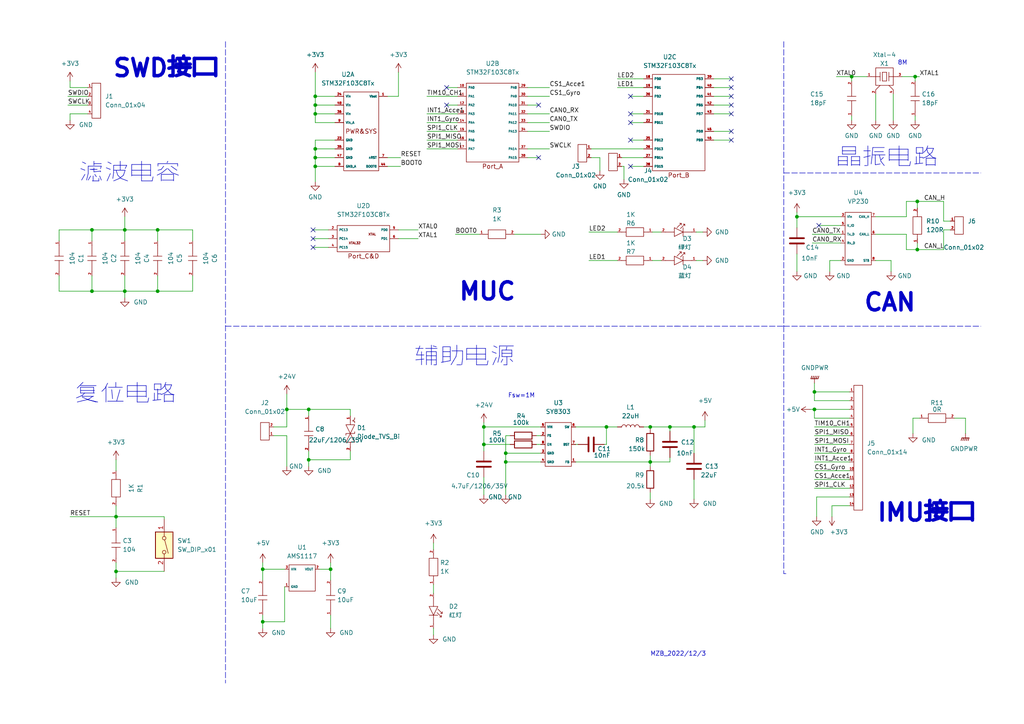
<source format=kicad_sch>
(kicad_sch (version 20211123) (generator eeschema)
  (paper "A4")
  (lib_symbols
    (symbol "Basic_crystal_and_oscillator:Xtal-4"
      (property "Reference" "X" (at 3.81 -3.81 0))
      (property "Value" "Xtal-4" (at 0 3.81 0))
      (symbol "Xtal-4_1_1"
        (pin passive line (at -5.08 0 0) (length 1.27) (name "") (number "1"))
        (pin passive line (at -2.54 -5.08 90) (length 1.27) (name "") (number "2"))
        (pin passive line (at 5.08 0 180) (length 1.27) (name "") (number "3"))
        (pin passive line (at 2.54 -5.08 90) (length 1.27) (name "") (number "4"))
      )
    )
    (symbol "Basic_passive_components:Capacitor" (pin_names (offset 1.016))
      (property "Reference" "C" (at -4.445 -2.54 0))
      (property "Value" "Capacitor" (at 0 2.54 0))
      (symbol "Capacitor_1_1"
        (pin passive line (at -5.08 0 0) (length 1.27) (name "~") (number "1"))
        (pin passive line (at 5.08 0 180) (length 1.27) (name "~") (number "2"))
      )
    )
    (symbol "Basic_passive_components:Resistor" (pin_names (offset 1.016))
      (property "Reference" "R" (at -4.445 -2.54 0))
      (property "Value" "Resistor" (at 0 2.54 0))
      (symbol "Resistor_1_1"
        (pin passive line (at -5.08 0 0) (length 1.27) (name "~") (number "1"))
        (pin passive line (at 5.08 0 180) (length 1.27) (name "~") (number "2"))
      )
    )
    (symbol "Basic_semiconductor:Diode_LED" (pin_names hide)
      (property "Reference" "D" (at -5.08 -2.54 0))
      (property "Value" "Diode_LED" (at 0 3.81 0))
      (symbol "Diode_LED_1_1"
        (pin passive line (at -5.08 0 0) (length 1.27) (name "Cathode") (number "1"))
        (pin passive line (at 5.08 0 180) (length 1.27) (name "Anode") (number "2"))
      )
    )
    (symbol "Basic_semiconductor:Diode_TVS_Bi" (pin_names (offset 1.016) hide)
      (property "Reference" "D" (at -4.445 -2.54 0))
      (property "Value" "Diode_TVS_Bi" (at 0 2.54 0))
      (symbol "Diode_TVS_Bi_1_1"
        (pin passive line (at -5.08 0 0) (length 1.27) (name "Cathode") (number "1"))
        (pin passive line (at 5.08 0 180) (length 1.27) (name "Anode") (number "2"))
      )
    )
    (symbol "Device:C" (pin_numbers hide) (pin_names (offset 0.254))
      (property "Reference" "C" (at 0.635 2.54 0))
      (property "Value" "C" (at 0.635 -2.54 0))
      (symbol "C_1_1"
        (pin passive line (at 0 3.81 270) (length 2.794) (name "~") (number "1"))
        (pin passive line (at 0 -3.81 90) (length 2.794) (name "~") (number "2"))
      )
    )
    (symbol "Device:L" (pin_numbers hide) (pin_names (offset 1.016) hide)
      (property "Reference" "L" (at -1.27 0 90))
      (property "Value" "L" (at 1.905 0 90))
      (symbol "L_1_1"
        (pin passive line (at 0 3.81 270) (length 1.27) (name "1") (number "1"))
        (pin passive line (at 0 -3.81 90) (length 1.27) (name "2") (number "2"))
      )
    )
    (symbol "Device:R" (pin_numbers hide) (pin_names (offset 0))
      (property "Reference" "R" (at 2.032 0 90))
      (property "Value" "R" (at 0 0 90))
      (symbol "R_1_1"
        (pin passive line (at 0 3.81 270) (length 1.27) (name "~") (number "1"))
        (pin passive line (at 0 -3.81 90) (length 1.27) (name "~") (number "2"))
      )
    )
    (symbol "Integrated-circuit_interface:VP230"
      (property "Reference" "U" (at -2.54 -10.16 0))
      (property "Value" "VP230" (at 0 7.62 0))
      (symbol "VP230_1_1"
        (pin input line (at -5.08 0 0) (length 1.27) (name "Tx_D") (number "1"))
        (pin power_in line (at -5.08 -7.62 0) (length 1.27) (name "GND") (number "2"))
        (pin power_in line (at -5.08 5.08 0) (length 1.27) (name "Vin") (number "3"))
        (pin output line (at -5.08 -2.54 0) (length 1.27) (name "Rx_D") (number "4"))
        (pin power_out line (at -5.08 2.54 0) (length 1.27) (name "V_IO") (number "5"))
        (pin bidirectional line (at 5.08 0 180) (length 1.27) (name "CAN_L") (number "6"))
        (pin bidirectional line (at 5.08 5.08 180) (length 1.27) (name "CAN_H") (number "7"))
        (pin input line (at 5.08 -7.62 180) (length 1.27) (name "STB") (number "8"))
      )
    )
    (symbol "Integrated-circuit_micro-controller:STM32F103C8Tx"
      (property "Reference" "U" (at -5.08 -15.24 0))
      (property "Value" "STM32F103C8Tx" (at 0 17.78 0))
      (symbol "STM32F103C8Tx_1_0"
        (text "PWR&SYS" (at 0 0 0) (effects (font (size 1.27 1.27))))
      )
      (symbol "STM32F103C8Tx_1_1"
        (pin power_in line (at 7.62 10.16 180) (length 2.54) (name "Vbat") (number "1"))
        (pin power_in line (at -7.62 -2.54 0) (length 2.54) (name "GND") (number "23"))
        (pin power_in line (at -7.62 10.16 0) (length 2.54) (name "Vin") (number "24"))
        (pin power_in line (at -7.62 -5.08 0) (length 2.54) (name "GND") (number "35"))
        (pin power_in line (at -7.62 5.08 0) (length 2.54) (name "Vin") (number "36"))
        (pin input line (at 7.62 -10.16 180) (length 2.54) (name "BOOT0") (number "44"))
        (pin power_in line (at -7.62 -7.62 0) (length 2.54) (name "GND") (number "47"))
        (pin power_in line (at -7.62 7.62 0) (length 2.54) (name "Vin") (number "48"))
        (pin input line (at 7.62 -7.62 180) (length 2.54) (name "nRST") (number "7"))
        (pin power_in line (at -7.62 -10.16 0) (length 2.54) (name "GND_A") (number "8"))
        (pin power_in line (at -7.62 2.54 0) (length 2.54) (name "Vin_A") (number "9"))
      )
      (symbol "STM32F103C8Tx_2_0"
        (text "Port_A" (at 0 -12.7 0) (effects (font (size 1.27 1.27))))
      )
      (symbol "STM32F103C8Tx_2_1"
        (pin bidirectional line (at -10.16 10.16 0) (length 2.54) (name "PA0") (number "10"))
        (pin bidirectional line (at -10.16 7.62 0) (length 2.54) (name "PA1") (number "11"))
        (pin bidirectional line (at -10.16 5.08 0) (length 2.54) (name "PA2") (number "12"))
        (pin bidirectional line (at -10.16 2.54 0) (length 2.54) (name "PA3") (number "13"))
        (pin bidirectional line (at -10.16 0 0) (length 2.54) (name "PA4") (number "14"))
        (pin bidirectional line (at -10.16 -2.54 0) (length 2.54) (name "PA5") (number "15"))
        (pin bidirectional line (at -10.16 -5.08 0) (length 2.54) (name "PA6") (number "16"))
        (pin bidirectional line (at -10.16 -7.62 0) (length 2.54) (name "PA7") (number "17"))
        (pin bidirectional line (at 10.16 10.16 180) (length 2.54) (name "PA8") (number "29"))
        (pin bidirectional line (at 10.16 7.62 180) (length 2.54) (name "PA9") (number "30"))
        (pin bidirectional line (at 10.16 5.08 180) (length 2.54) (name "PA10") (number "31"))
        (pin bidirectional line (at 10.16 2.54 180) (length 2.54) (name "PA11") (number "32"))
        (pin bidirectional line (at 10.16 0 180) (length 2.54) (name "PA12") (number "33"))
        (pin bidirectional line (at 10.16 -2.54 180) (length 2.54) (name "PA13") (number "34"))
        (pin bidirectional line (at 10.16 -7.62 180) (length 2.54) (name "PA14") (number "37"))
        (pin bidirectional line (at 10.16 -10.16 180) (length 2.54) (name "PA15") (number "38"))
      )
      (symbol "STM32F103C8Tx_3_0"
        (text "Port_B" (at 0 -12.7 0) (effects (font (size 1.27 1.27))))
      )
      (symbol "STM32F103C8Tx_3_1"
        (pin bidirectional line (at -10.16 15.24 0) (length 2.54) (name "PB0") (number "18"))
        (pin bidirectional line (at -10.16 12.7 0) (length 2.54) (name "PB1") (number "19"))
        (pin bidirectional line (at -10.16 10.16 0) (length 2.54) (name "PB2") (number "20"))
        (pin bidirectional line (at -10.16 5.08 0) (length 2.54) (name "PB10") (number "21"))
        (pin bidirectional line (at -10.16 2.54 0) (length 2.54) (name "PB11") (number "22"))
        (pin bidirectional line (at -10.16 -2.54 0) (length 2.54) (name "PB12") (number "25"))
        (pin bidirectional line (at -10.16 -5.08 0) (length 2.54) (name "PB13") (number "26"))
        (pin bidirectional line (at -10.16 -7.62 0) (length 2.54) (name "PB14") (number "27"))
        (pin bidirectional line (at -10.16 -10.16 0) (length 2.54) (name "PB15") (number "28"))
        (pin bidirectional line (at 10.16 15.24 180) (length 2.54) (name "PB3") (number "39"))
        (pin bidirectional line (at 10.16 12.7 180) (length 2.54) (name "PB4") (number "40"))
        (pin bidirectional line (at 10.16 10.16 180) (length 2.54) (name "PB5") (number "41"))
        (pin bidirectional line (at 10.16 7.62 180) (length 2.54) (name "PB6") (number "42"))
        (pin bidirectional line (at 10.16 5.08 180) (length 2.54) (name "PB7") (number "43"))
        (pin bidirectional line (at 10.16 0 180) (length 2.54) (name "PB8") (number "45"))
        (pin bidirectional line (at 10.16 -2.54 180) (length 2.54) (name "PB9") (number "46"))
      )
      (symbol "STM32F103C8Tx_4_0"
        (text "Port_C&D" (at 0 -5.08 0) (effects (font (size 1.27 1.27))))
      )
      (symbol "STM32F103C8Tx_4_1"
        (text "XTAL" (at 2.54 1.27 0) (effects (font (size 0.635 0.635))))
        (text "XTAL32" (at -2.54 -1.27 0) (effects (font (size 0.635 0.635))))
        (pin bidirectional line (at -10.16 2.54 0) (length 2.54) (name "PC13") (number "2"))
        (pin bidirectional line (at -10.16 0 0) (length 2.54) (name "PC14") (number "3"))
        (pin bidirectional line (at -10.16 -2.54 0) (length 2.54) (name "PC15") (number "4"))
        (pin bidirectional line (at 10.16 2.54 180) (length 2.54) (name "PD0") (number "5"))
        (pin bidirectional line (at 10.16 0 180) (length 2.54) (name "PD1") (number "6"))
      )
    )
    (symbol "Link_W2B_connector:Conn_01x02"
      (property "Reference" "J" (at 0 -5.08 0))
      (property "Value" "Conn_01x02" (at 0 2.54 0))
      (symbol "Conn_01x02_0_0"
        (pin passive line (at -2.54 0 0) (length 1.27) (name "") (number "1"))
        (pin passive line (at -2.54 -2.54 0) (length 1.27) (name "") (number "2"))
      )
    )
    (symbol "Link_W2B_connector:Conn_01x04"
      (property "Reference" "J" (at 0 -7.62 0))
      (property "Value" "Conn_01x04" (at 0 5.08 0))
      (symbol "Conn_01x04_0_0"
        (pin passive line (at -2.54 2.54 0) (length 1.27) (name "") (number "1"))
        (pin passive line (at -2.54 0 0) (length 1.27) (name "") (number "2"))
        (pin passive line (at -2.54 -2.54 0) (length 1.27) (name "") (number "3"))
        (pin passive line (at -2.54 -5.08 0) (length 1.27) (name "") (number "4"))
      )
    )
    (symbol "Link_W2B_connector:Conn_01x14"
      (property "Reference" "J" (at 1.27 -20.955 0))
      (property "Value" "Conn_01x14" (at 1.905 19.685 0))
      (symbol "Conn_01x14_0_0"
        (pin passive line (at -1.27 15.24 0) (length 1.27) (name "") (number "1"))
        (pin passive line (at -1.27 -7.62 0) (length 1.27) (name "") (number "10"))
        (pin passive line (at -1.27 -10.16 0) (length 1.27) (name "") (number "11"))
        (pin passive line (at -1.27 -12.7 0) (length 1.27) (name "") (number "12"))
        (pin passive line (at -1.27 -15.24 0) (length 1.27) (name "") (number "13"))
        (pin passive line (at -1.27 -17.78 0) (length 1.27) (name "") (number "14"))
        (pin passive line (at -1.27 12.7 0) (length 1.27) (name "") (number "2"))
        (pin passive line (at -1.27 10.16 0) (length 1.27) (name "") (number "3"))
        (pin passive line (at -1.27 7.62 0) (length 1.27) (name "") (number "4"))
        (pin passive line (at -1.27 5.08 0) (length 1.27) (name "") (number "5"))
        (pin passive line (at -1.27 2.54 0) (length 1.27) (name "") (number "6"))
        (pin passive line (at -1.27 0 0) (length 1.27) (name "") (number "7"))
        (pin passive line (at -1.27 -2.54 0) (length 1.27) (name "") (number "8"))
        (pin passive line (at -1.27 -5.08 0) (length 1.27) (name "") (number "9"))
      )
    )
    (symbol "Power_DC-DC_convertor:SY8303"
      (property "Reference" "U" (at -2.54 -7.62 0))
      (property "Value" "SY8303" (at 0 7.62 0))
      (symbol "SY8303_1_1"
        (pin input line (at 5.08 -5.08 180) (length 1.27) (name "FB") (number "1"))
        (pin input line (at -5.08 2.54 0) (length 1.27) (name "FS") (number "2"))
        (pin power_in line (at -5.08 -2.54 0) (length 1.27) (name "GND") (number "3"))
        (pin power_in line (at -5.08 -5.08 0) (length 1.27) (name "GND") (number "4"))
        (pin power_in line (at -5.08 5.08 0) (length 1.27) (name "VIN") (number "5"))
        (pin power_out line (at 5.08 5.08 180) (length 1.27) (name "SW") (number "6"))
        (pin power_in line (at 5.08 0 180) (length 1.27) (name "BST") (number "7"))
        (pin input line (at -5.08 0 0) (length 1.27) (name "EN") (number "8"))
      )
    )
    (symbol "Power_LDO:AMS1117"
      (property "Reference" "U" (at -2.54 -5.08 0))
      (property "Value" "AMS1117" (at 0 5.08 0))
      (symbol "AMS1117_1_1"
        (pin power_in line (at -5.08 -2.54 0) (length 1.27) (name "GND") (number "1"))
        (pin power_out line (at 5.08 2.54 180) (length 1.27) (name "VOUT") (number "2"))
        (pin power_in line (at -5.08 2.54 0) (length 1.27) (name "VIN") (number "3"))
      )
    )
    (symbol "Switch:SW_DIP_x01" (pin_names (offset 0) hide)
      (property "Reference" "SW" (at 0 3.81 0))
      (property "Value" "SW_DIP_x01" (at 0 -3.81 0))
      (symbol "SW_DIP_x01_1_1"
        (pin passive line (at -7.62 0 0) (length 5.08) (name "~") (number "1"))
        (pin passive line (at 7.62 0 180) (length 5.08) (name "~") (number "2"))
      )
    )
    (symbol "power:+24V" (power) (pin_names (offset 0))
      (property "Value" "+24V" (at 0 3.556 0))
      (symbol "+24V_1_1"
        (pin power_in line (at 0 0 90) (length 0) hide (name "+24V") (number "1"))
      )
    )
    (symbol "power:+3.3V" (power) (pin_names (offset 0))
      (property "Value" "+3.3V" (at 0 3.556 0))
      (symbol "+3.3V_1_1"
        (pin power_in line (at 0 0 90) (length 0) hide (name "+3V3") (number "1"))
      )
    )
    (symbol "power:+5V" (power) (pin_names (offset 0))
      (property "Value" "+5V" (at 0 3.556 0))
      (symbol "+5V_1_1"
        (pin power_in line (at 0 0 90) (length 0) hide (name "+5V") (number "1"))
      )
    )
    (symbol "power:GND" (power) (pin_names (offset 0))
      (property "Value" "GND" (at 0 -3.81 0))
      (symbol "GND_1_1"
        (pin power_in line (at 0 0 270) (length 0) hide (name "GND") (number "1"))
      )
    )
    (symbol "power:GNDPWR" (power) (pin_names (offset 0))
      (property "Value" "GNDPWR" (at 0 -3.302 0))
      (symbol "GNDPWR_1_1"
        (pin power_in line (at 0 0 270) (length 0) hide (name "GNDPWR") (number "1"))
      )
    )
  )
  (junction (at 45.72 66.675))
  (junction (at 91.44 27.94))
  (junction (at 33.655 165.735))
  (junction (at 265.43 22.225))
  (junction (at 91.44 33.02))
  (junction (at 45.72 84.455))
  (junction (at 36.195 84.455))
  (junction (at 83.185 118.745))
  (junction (at 194.31 123.825))
  (junction (at 36.195 66.675))
  (junction (at 247.015 22.225))
  (junction (at 146.685 133.985))
  (junction (at 266.065 72.39))
  (junction (at 175.895 123.825))
  (junction (at 26.67 66.675))
  (junction (at 33.655 149.86))
  (junction (at 266.065 58.42))
  (junction (at 89.535 133.35))
  (junction (at 231.14 62.865))
  (junction (at 91.44 43.18))
  (junction (at 91.44 45.72))
  (junction (at 236.22 113.665))
  (junction (at 26.67 84.455))
  (junction (at 188.595 123.825))
  (junction (at 91.44 30.48))
  (junction (at 140.335 128.905))
  (junction (at 91.44 48.26))
  (junction (at 89.535 118.745))
  (junction (at 140.335 123.825))
  (junction (at 201.295 123.825))
  (junction (at 95.885 165.1))
  (junction (at 76.2 165.1))
  (junction (at 146.685 131.445))
  (junction (at 76.2 180.34))
  (junction (at 236.22 118.745))
  (junction (at 188.595 133.985))
  (no_connect (at 212.09 22.86))
  (no_connect (at 212.09 38.1))
  (no_connect (at 212.09 25.4))
  (no_connect (at 156.21 45.72))
  (no_connect (at 129.54 25.4))
  (no_connect (at 212.09 27.94))
  (no_connect (at 182.88 40.64))
  (no_connect (at 182.88 27.94))
  (no_connect (at 90.805 71.755))
  (no_connect (at 182.88 48.26))
  (no_connect (at 90.805 69.215))
  (no_connect (at 182.88 33.02))
  (no_connect (at 237.49 65.405))
  (no_connect (at 129.54 30.48))
  (no_connect (at 212.09 30.48))
  (no_connect (at 90.805 66.675))
  (no_connect (at 156.21 30.48))
  (no_connect (at 212.09 33.02))
  (no_connect (at 182.88 35.56))
  (no_connect (at 212.09 40.64))
  (wire (pts (xy 125.73 157.48) (xy 125.73 159.385)))
  (polyline (pts (xy 227.33 94.615) (xy 284.48 94.615)))
  (wire (pts (xy 273.685 64.135) (xy 275.59 64.135)))
  (wire (pts (xy 179.07 25.4) (xy 186.69 25.4)))
  (wire (pts (xy 33.655 149.86) (xy 47.625 149.86)))
  (wire (pts (xy 26.67 66.675) (xy 26.67 69.85)))
  (wire (pts (xy 204.47 121.92) (xy 204.47 123.825)))
  (wire (pts (xy 231.14 62.865) (xy 231.14 66.04)))
  (wire (pts (xy 101.6 133.35) (xy 89.535 133.35)))
  (wire (pts (xy 153.035 45.72) (xy 156.21 45.72)))
  (wire (pts (xy 201.295 139.065) (xy 201.295 144.78)))
  (wire (pts (xy 147.955 126.365) (xy 146.685 126.365)))
  (wire (pts (xy 207.01 22.86) (xy 212.09 22.86)))
  (wire (pts (xy 264.795 121.285) (xy 264.795 125.73)))
  (wire (pts (xy 91.44 43.18) (xy 91.44 45.72)))
  (wire (pts (xy 123.825 40.64) (xy 132.715 40.64)))
  (wire (pts (xy 129.54 25.4) (xy 132.715 25.4)))
  (wire (pts (xy 123.825 43.18) (xy 132.715 43.18)))
  (wire (pts (xy 82.55 180.34) (xy 76.2 180.34)))
  (wire (pts (xy 182.88 27.94) (xy 186.69 27.94)))
  (wire (pts (xy 170.815 67.31) (xy 179.07 67.31)))
  (wire (pts (xy 207.01 33.02) (xy 212.09 33.02)))
  (wire (pts (xy 188.595 142.875) (xy 188.595 144.78)))
  (wire (pts (xy 36.195 66.675) (xy 45.72 66.675)))
  (wire (pts (xy 179.07 22.86) (xy 186.69 22.86)))
  (wire (pts (xy 194.31 123.825) (xy 188.595 123.825)))
  (wire (pts (xy 140.335 123.825) (xy 140.335 122.555)))
  (wire (pts (xy 266.065 58.42) (xy 273.685 58.42)))
  (wire (pts (xy 280.035 121.285) (xy 280.035 125.73)))
  (wire (pts (xy 201.295 123.825) (xy 204.47 123.825)))
  (wire (pts (xy 258.445 75.565) (xy 258.445 78.74)))
  (wire (pts (xy 231.14 73.66) (xy 231.14 78.74)))
  (wire (pts (xy 36.195 66.675) (xy 36.195 69.85)))
  (wire (pts (xy 112.395 45.72) (xy 116.205 45.72)))
  (wire (pts (xy 262.89 67.945) (xy 262.89 72.39)))
  (wire (pts (xy 266.065 58.42) (xy 266.065 60.325)))
  (wire (pts (xy 188.595 133.985) (xy 188.595 135.255)))
  (wire (pts (xy 236.22 133.985) (xy 246.38 133.985)))
  (wire (pts (xy 182.88 48.26) (xy 186.69 48.26)))
  (wire (pts (xy 123.825 33.02) (xy 132.715 33.02)))
  (wire (pts (xy 275.59 66.675) (xy 273.685 66.675)))
  (wire (pts (xy 207.01 40.64) (xy 212.09 40.64)))
  (wire (pts (xy 194.31 133.985) (xy 194.31 132.715)))
  (wire (pts (xy 140.335 128.905) (xy 140.335 130.81)))
  (wire (pts (xy 101.6 130.81) (xy 101.6 133.35)))
  (wire (pts (xy 91.44 20.955) (xy 91.44 27.94)))
  (wire (pts (xy 189.23 75.565) (xy 191.77 75.565)))
  (wire (pts (xy 101.6 118.745) (xy 101.6 120.65)))
  (wire (pts (xy 17.145 69.85) (xy 17.145 66.675)))
  (wire (pts (xy 36.195 62.865) (xy 36.195 66.675)))
  (wire (pts (xy 236.855 144.145) (xy 236.855 149.86)))
  (wire (pts (xy 123.825 38.1) (xy 132.715 38.1)))
  (wire (pts (xy 171.45 43.18) (xy 186.69 43.18)))
  (wire (pts (xy 25.4 25.4) (xy 20.32 25.4)))
  (wire (pts (xy 140.335 128.905) (xy 147.955 128.905)))
  (wire (pts (xy 175.895 123.825) (xy 179.07 123.825)))
  (wire (pts (xy 45.72 84.455) (xy 55.88 84.455)))
  (wire (pts (xy 247.015 22.225) (xy 251.46 22.225)))
  (wire (pts (xy 246.38 113.665) (xy 236.22 113.665)))
  (wire (pts (xy 175.895 128.905) (xy 175.895 123.825)))
  (wire (pts (xy 194.31 125.095) (xy 194.31 123.825)))
  (wire (pts (xy 236.22 136.525) (xy 246.38 136.525)))
  (wire (pts (xy 167.005 133.985) (xy 188.595 133.985)))
  (wire (pts (xy 170.815 75.565) (xy 179.07 75.565)))
  (wire (pts (xy 153.035 33.02) (xy 159.385 33.02)))
  (wire (pts (xy 89.535 130.81) (xy 89.535 133.35)))
  (wire (pts (xy 36.195 84.455) (xy 36.195 86.36)))
  (wire (pts (xy 207.01 25.4) (xy 212.09 25.4)))
  (wire (pts (xy 20.32 33.02) (xy 20.32 34.925)))
  (wire (pts (xy 254 75.565) (xy 258.445 75.565)))
  (wire (pts (xy 254 27.305) (xy 254 34.925)))
  (wire (pts (xy 201.93 67.31) (xy 203.835 67.31)))
  (wire (pts (xy 91.44 40.64) (xy 91.44 43.18)))
  (wire (pts (xy 235.585 67.945) (xy 243.84 67.945)))
  (wire (pts (xy 146.685 133.985) (xy 156.845 133.985)))
  (wire (pts (xy 90.805 66.675) (xy 95.25 66.675)))
  (wire (pts (xy 207.01 38.1) (xy 212.09 38.1)))
  (wire (pts (xy 262.89 62.865) (xy 262.89 58.42)))
  (wire (pts (xy 265.43 22.225) (xy 266.7 22.225)))
  (wire (pts (xy 243.84 75.565) (xy 240.665 75.565)))
  (wire (pts (xy 36.195 80.01) (xy 36.195 84.455)))
  (wire (pts (xy 201.93 75.565) (xy 203.835 75.565)))
  (polyline (pts (xy 195.58 94.615) (xy 196.85 94.615)))
  (wire (pts (xy 240.665 75.565) (xy 240.665 78.74)))
  (wire (pts (xy 91.44 33.02) (xy 91.44 35.56)))
  (wire (pts (xy 246.38 144.145) (xy 236.855 144.145)))
  (wire (pts (xy 91.44 33.02) (xy 97.155 33.02)))
  (wire (pts (xy 155.575 128.905) (xy 156.845 128.905)))
  (wire (pts (xy 115.57 66.675) (xy 121.285 66.675)))
  (wire (pts (xy 246.38 146.685) (xy 241.3 146.685)))
  (wire (pts (xy 115.57 20.955) (xy 115.57 27.94)))
  (wire (pts (xy 17.145 66.675) (xy 26.67 66.675)))
  (wire (pts (xy 33.655 133.35) (xy 33.655 136.525)))
  (wire (pts (xy 129.54 30.48) (xy 132.715 30.48)))
  (wire (pts (xy 182.88 33.02) (xy 186.69 33.02)))
  (wire (pts (xy 201.295 123.825) (xy 201.295 131.445)))
  (wire (pts (xy 242.57 22.225) (xy 247.015 22.225)))
  (wire (pts (xy 261.62 22.225) (xy 265.43 22.225)))
  (wire (pts (xy 91.44 30.48) (xy 91.44 33.02)))
  (wire (pts (xy 33.655 163.195) (xy 33.655 165.735)))
  (wire (pts (xy 97.155 45.72) (xy 91.44 45.72)))
  (wire (pts (xy 153.035 30.48) (xy 156.21 30.48)))
  (wire (pts (xy 153.035 25.4) (xy 159.385 25.4)))
  (wire (pts (xy 237.49 65.405) (xy 243.84 65.405)))
  (wire (pts (xy 91.44 48.26) (xy 91.44 52.705)))
  (wire (pts (xy 89.535 133.35) (xy 89.535 135.255)))
  (wire (pts (xy 167.005 128.905) (xy 167.64 128.905)))
  (wire (pts (xy 82.55 170.18) (xy 82.55 180.34)))
  (wire (pts (xy 89.535 118.745) (xy 89.535 120.65)))
  (wire (pts (xy 123.825 35.56) (xy 132.715 35.56)))
  (wire (pts (xy 180.975 48.26) (xy 180.975 52.07)))
  (wire (pts (xy 36.195 84.455) (xy 45.72 84.455)))
  (wire (pts (xy 132.08 67.945) (xy 139.065 67.945)))
  (wire (pts (xy 188.595 123.825) (xy 188.595 124.46)))
  (wire (pts (xy 115.57 27.94) (xy 112.395 27.94)))
  (wire (pts (xy 175.26 128.905) (xy 175.895 128.905)))
  (wire (pts (xy 153.035 35.56) (xy 159.385 35.56)))
  (wire (pts (xy 97.155 35.56) (xy 91.44 35.56)))
  (wire (pts (xy 146.685 133.985) (xy 146.685 143.51)))
  (wire (pts (xy 246.38 116.205) (xy 236.22 116.205)))
  (wire (pts (xy 266.7 121.285) (xy 264.795 121.285)))
  (wire (pts (xy 182.88 40.64) (xy 186.69 40.64)))
  (wire (pts (xy 234.95 118.745) (xy 236.22 118.745)))
  (wire (pts (xy 236.22 116.205) (xy 236.22 113.665)))
  (wire (pts (xy 273.685 66.675) (xy 273.685 72.39)))
  (wire (pts (xy 83.185 114.3) (xy 83.185 118.745)))
  (wire (pts (xy 20.32 23.495) (xy 20.32 25.4)))
  (wire (pts (xy 207.01 27.94) (xy 212.09 27.94)))
  (wire (pts (xy 125.73 182.245) (xy 125.73 184.15)))
  (wire (pts (xy 33.655 149.86) (xy 33.655 153.035)))
  (wire (pts (xy 180.34 48.26) (xy 180.975 48.26)))
  (wire (pts (xy 19.685 27.94) (xy 25.4 27.94)))
  (wire (pts (xy 79.375 126.365) (xy 83.185 126.365)))
  (wire (pts (xy 188.595 133.985) (xy 194.31 133.985)))
  (wire (pts (xy 19.685 30.48) (xy 25.4 30.48)))
  (wire (pts (xy 236.22 121.285) (xy 236.22 118.745)))
  (wire (pts (xy 20.32 149.86) (xy 33.655 149.86)))
  (wire (pts (xy 273.685 58.42) (xy 273.685 64.135)))
  (wire (pts (xy 91.44 30.48) (xy 97.155 30.48)))
  (wire (pts (xy 182.88 35.56) (xy 186.69 35.56)))
  (wire (pts (xy 259.08 27.305) (xy 259.08 34.925)))
  (wire (pts (xy 55.88 80.01) (xy 55.88 84.455)))
  (wire (pts (xy 273.685 72.39) (xy 266.065 72.39)))
  (wire (pts (xy 26.67 84.455) (xy 36.195 84.455)))
  (wire (pts (xy 90.805 71.755) (xy 95.25 71.755)))
  (wire (pts (xy 171.45 45.72) (xy 173.99 45.72)))
  (wire (pts (xy 91.44 45.72) (xy 91.44 48.26)))
  (wire (pts (xy 247.015 22.225) (xy 247.015 23.495)))
  (wire (pts (xy 97.155 40.64) (xy 91.44 40.64)))
  (wire (pts (xy 153.035 38.1) (xy 159.385 38.1)))
  (wire (pts (xy 262.89 58.42) (xy 266.065 58.42)))
  (wire (pts (xy 149.225 67.945) (xy 156.845 67.945)))
  (wire (pts (xy 83.185 118.745) (xy 89.535 118.745)))
  (wire (pts (xy 188.595 132.08) (xy 188.595 133.985)))
  (wire (pts (xy 236.22 123.825) (xy 246.38 123.825)))
  (wire (pts (xy 236.22 141.605) (xy 246.38 141.605)))
  (wire (pts (xy 146.685 126.365) (xy 146.685 131.445)))
  (wire (pts (xy 194.31 123.825) (xy 201.295 123.825)))
  (wire (pts (xy 231.14 61.595) (xy 231.14 62.865)))
  (wire (pts (xy 26.67 80.01) (xy 26.67 84.455)))
  (wire (pts (xy 45.72 66.675) (xy 55.88 66.675)))
  (wire (pts (xy 95.885 163.195) (xy 95.885 165.1)))
  (wire (pts (xy 76.2 178.435) (xy 76.2 180.34)))
  (wire (pts (xy 76.2 180.34) (xy 76.2 182.245)))
  (wire (pts (xy 17.145 80.01) (xy 17.145 84.455)))
  (wire (pts (xy 241.3 146.685) (xy 241.3 149.86)))
  (wire (pts (xy 55.88 69.85) (xy 55.88 66.675)))
  (wire (pts (xy 262.89 72.39) (xy 266.065 72.39)))
  (wire (pts (xy 236.22 131.445) (xy 246.38 131.445)))
  (polyline (pts (xy 65.405 12.065) (xy 65.405 198.12)))
  (wire (pts (xy 243.84 62.865) (xy 231.14 62.865)))
  (polyline (pts (xy 227.33 12.065) (xy 227.33 94.615)))
  (wire (pts (xy 189.23 67.31) (xy 191.77 67.31)))
  (wire (pts (xy 153.035 27.94) (xy 159.385 27.94)))
  (wire (pts (xy 26.67 66.675) (xy 36.195 66.675)))
  (wire (pts (xy 115.57 69.215) (xy 121.285 69.215)))
  (wire (pts (xy 146.685 131.445) (xy 146.685 133.985)))
  (wire (pts (xy 95.885 178.435) (xy 95.885 182.245)))
  (wire (pts (xy 45.72 80.01) (xy 45.72 84.455)))
  (polyline (pts (xy 65.405 94.615) (xy 227.33 94.615)))
  (wire (pts (xy 186.69 123.825) (xy 188.595 123.825)))
  (polyline (pts (xy 227.33 50.165) (xy 284.48 50.165)))
  (wire (pts (xy 83.185 123.825) (xy 83.185 118.745)))
  (wire (pts (xy 89.535 118.745) (xy 101.6 118.745)))
  (wire (pts (xy 140.335 123.825) (xy 156.845 123.825)))
  (wire (pts (xy 265.43 33.655) (xy 265.43 34.925)))
  (polyline (pts (xy 227.33 166.37) (xy 227.965 166.37)))
  (polyline (pts (xy 227.33 94.615) (xy 227.33 166.37)))
  (wire (pts (xy 97.155 48.26) (xy 91.44 48.26)))
  (wire (pts (xy 180.34 45.72) (xy 186.69 45.72)))
  (wire (pts (xy 236.22 128.905) (xy 246.38 128.905)))
  (wire (pts (xy 235.585 70.485) (xy 243.84 70.485)))
  (wire (pts (xy 79.375 123.825) (xy 83.185 123.825)))
  (wire (pts (xy 254 62.865) (xy 262.89 62.865)))
  (wire (pts (xy 125.73 169.545) (xy 125.73 172.085)))
  (wire (pts (xy 276.86 121.285) (xy 280.035 121.285)))
  (wire (pts (xy 247.015 33.655) (xy 247.015 34.925)))
  (wire (pts (xy 33.655 165.735) (xy 33.655 167.64)))
  (wire (pts (xy 246.38 121.285) (xy 236.22 121.285)))
  (wire (pts (xy 92.71 165.1) (xy 95.885 165.1)))
  (wire (pts (xy 236.22 111.125) (xy 236.22 113.665)))
  (wire (pts (xy 47.625 149.86) (xy 47.625 150.495)))
  (wire (pts (xy 266.065 72.39) (xy 266.065 70.485)))
  (wire (pts (xy 47.625 165.735) (xy 33.655 165.735)))
  (wire (pts (xy 173.99 45.72) (xy 173.99 49.53)))
  (wire (pts (xy 207.01 30.48) (xy 212.09 30.48)))
  (wire (pts (xy 76.2 165.1) (xy 76.2 168.275)))
  (wire (pts (xy 82.55 165.1) (xy 76.2 165.1)))
  (wire (pts (xy 17.145 84.455) (xy 26.67 84.455)))
  (wire (pts (xy 97.155 43.18) (xy 91.44 43.18)))
  (wire (pts (xy 153.035 43.18) (xy 159.385 43.18)))
  (wire (pts (xy 91.44 27.94) (xy 91.44 30.48)))
  (wire (pts (xy 146.685 131.445) (xy 156.845 131.445)))
  (wire (pts (xy 236.22 118.745) (xy 246.38 118.745)))
  (wire (pts (xy 91.44 27.94) (xy 97.155 27.94)))
  (wire (pts (xy 112.395 48.26) (xy 116.205 48.26)))
  (wire (pts (xy 95.885 165.1) (xy 95.885 168.275)))
  (wire (pts (xy 236.22 139.065) (xy 246.38 139.065)))
  (wire (pts (xy 140.335 138.43) (xy 140.335 143.51)))
  (wire (pts (xy 155.575 126.365) (xy 156.845 126.365)))
  (wire (pts (xy 254 67.945) (xy 262.89 67.945)))
  (wire (pts (xy 83.185 126.365) (xy 83.185 135.255)))
  (wire (pts (xy 265.43 22.225) (xy 265.43 23.495)))
  (wire (pts (xy 236.22 126.365) (xy 246.38 126.365)))
  (wire (pts (xy 140.335 123.825) (xy 140.335 128.905)))
  (wire (pts (xy 76.2 163.195) (xy 76.2 165.1)))
  (wire (pts (xy 25.4 33.02) (xy 20.32 33.02)))
  (wire (pts (xy 45.72 66.675) (xy 45.72 69.85)))
  (wire (pts (xy 33.655 146.685) (xy 33.655 149.86)))
  (wire (pts (xy 123.825 27.94) (xy 132.715 27.94)))
  (wire (pts (xy 167.005 123.825) (xy 175.895 123.825)))
  (wire (pts (xy 90.805 69.215) (xy 95.25 69.215)))
  (text "SWD接口" (at 32.385 22.86 0) (effects (font (size 5 5) (thickness 1) bold) (justify left bottom)))
  (text "Fsw=1M\n" (at 147.32 115.57 0) (effects (font (size 1.27 1.27)) (justify left bottom)))
  (text "8M" (at 260.35 19.05 0) (effects (font (size 1.27 1.27)) (justify left bottom)))
  (text "滤波电容" (at 22.86 53.34 0) (effects (font (size 5 5)) (justify left bottom)))
  (text "MUC" (at 132.715 87.63 0) (effects (font (size 5 5) bold) (justify left bottom)))
  (text "MZB_2022/12/3" (at 188.595 190.5 0) (effects (font (size 1.27 1.27)) (justify left bottom)))
  (text "IMU接口" (at 254 151.765 0) (effects (font (size 5 5) (thickness 1) bold) (justify left bottom)))
  (text "CAN" (at 250.19 90.805 0) (effects (font (size 5 5) bold) (justify left bottom)))
  (text "晶振电路" (at 242.57 48.895 0) (effects (font (size 5 5)) (justify left bottom)))
  (text "辅助电源" (at 120.015 106.68 0) (effects (font (size 5 5)) (justify left bottom)))
  (text "复位电路" (at 21.59 117.475 0) (effects (font (size 5 5)) (justify left bottom)))
  (label "CS1_Gyro" (at 236.22 136.525 0))
  (label "SPI1_MOSI" (at 236.22 128.905 0))
  (label "CAN_H" (at 267.97 58.42 0))
  (label "CAN_L" (at 267.97 72.39 0))
  (label "LED1" (at 170.815 75.565 0))
  (label "LED1" (at 179.07 25.4 0))
  (label "XTAL0" (at 121.285 66.675 0))
  (label "SWCLK" (at 19.685 30.48 0))
  (label "XTAL0" (at 242.57 22.225 0))
  (label "SWDIO" (at 19.685 27.94 0))
  (label "CAN0_TX" (at 235.585 67.945 0))
  (label "LED2" (at 170.815 67.31 0))
  (label "CS1_Acce1" (at 159.385 25.4 0))
  (label "SPI1_MISO" (at 123.825 40.64 0))
  (label "CS1_Gyro" (at 159.385 27.94 0))
  (label "RESET" (at 20.32 149.86 0))
  (label "CAN0_RX" (at 159.385 33.02 0))
  (label "CS1_Acce1" (at 236.22 139.065 0))
  (label "INT1_Acce1" (at 123.825 33.02 0))
  (label "CAN0_RX" (at 235.585 70.485 0))
  (label "SPI1_CLK" (at 123.825 38.1 0))
  (label "BOOT0" (at 116.205 48.26 0))
  (label "SWDIO" (at 159.385 38.1 0))
  (label "XTAL1" (at 266.7 22.225 0))
  (label "INT1_Gyro" (at 236.22 131.445 0))
  (label "BOOT0" (at 132.08 67.945 0))
  (label "TIM10_CH1" (at 123.825 27.94 0))
  (label "SWCLK" (at 159.385 43.18 0))
  (label "INT1_Gyro" (at 123.825 35.56 0))
  (label "TIM10_CH1" (at 236.22 123.825 0))
  (label "CAN0_TX" (at 159.385 35.56 0))
  (label "RESET" (at 116.205 45.72 0))
  (label "LED2" (at 179.07 22.86 0))
  (label "XTAL1" (at 121.285 69.215 0))
  (label "SPI1_MOSI" (at 123.825 43.18 0))
  (label "INT1_Acce1" (at 236.22 133.985 0))
  (label "SPI1_CLK" (at 236.22 141.605 0))
  (label "SPI1_MISO" (at 236.22 126.365 0))
  (symbol (lib_id "power:GND") (at 247.015 34.925 0) (unit 1)
    (property "Reference" "#PWR037" (effects hide))
    (property "Value" "GND" (at 247.015 39.37 0))
  )
  (symbol (lib_id "Basic_passive_components:Resistor") (at 33.655 141.605 270) (unit 1)
    (property "Reference" "R1" (at 40.64 141.605 0))
    (property "Value" "1K" (at 38.1 141.605 0))
    (property "Footprint" "GENERAL_RCL_SMD:R0603(1608M)" (effects hide))
  )
  (symbol (lib_id "Basic_passive_components:Capacitor") (at 265.43 28.575 90) (unit 1)
    (property "Reference" "C16" (at 267.335 27.3049 90) (effects (justify right)))
    (property "Value" "18pF" (at 267.335 29.8449 90) (effects (justify right)))
    (property "Footprint" "GENERAL_RCL_SMD:C0603(1608M)" (effects hide))
  )
  (symbol (lib_id "power:+3.3V") (at 20.32 23.495 0) (unit 1)
    (property "Reference" "#PWR01" (effects hide))
    (property "Value" "+3.3V" (at 20.32 18.415 0))
  )
  (symbol (lib_id "power:+24V") (at 140.335 122.555 0) (unit 1)
    (property "Reference" "#PWR019" (effects hide))
    (property "Value" "+24V" (at 140.335 117.475 0))
  )
  (symbol (lib_id "power:+3.3V") (at 91.44 20.955 0) (unit 1)
    (property "Reference" "#PWR012" (effects hide))
    (property "Value" "+3.3V" (at 91.44 15.875 0))
  )
  (symbol (lib_id "power:GND") (at 203.835 75.565 90) (unit 1)
    (property "Reference" "#PWR028" (effects hide))
    (property "Value" "GND" (at 211.455 75.565 90) (effects (justify left)))
  )
  (symbol (lib_id "Integrated-circuit_micro-controller:STM32F103C8Tx") (at 142.875 35.56 0) (unit 2)
    (property "Reference" "U2" (at 142.875 18.415 0))
    (property "Value" "STM32F103C8Tx" (at 142.875 20.955 0))
    (property "Footprint" "GENERAL_MIDDLE-SEMI_SMD:QFP-7070_48" (effects hide))
  )
  (symbol (lib_id "power:GND") (at 265.43 34.925 0) (unit 1)
    (property "Reference" "#PWR042" (effects hide))
    (property "Value" "GND" (at 265.43 39.37 0))
  )
  (symbol (lib_id "power:GND") (at 231.14 78.74 0) (unit 1)
    (property "Reference" "#PWR031" (effects hide))
    (property "Value" "GND" (at 233.045 80.0099 0) (effects (justify left)))
  )
  (symbol (lib_id "Device:R") (at 151.765 126.365 90) (unit 1)
    (property "Reference" "R4" (at 151.13 120.65 90))
    (property "Value" "100k" (at 151.13 122.555 90))
    (property "Footprint" "GENERAL_RCL_SMD:R0603(1608M)" (effects hide))
  )
  (symbol (lib_id "power:+3.3V") (at 115.57 20.955 0) (unit 1)
    (property "Reference" "#PWR016" (effects hide))
    (property "Value" "+3.3V" (at 115.57 15.875 0))
  )
  (symbol (lib_id "Link_W2B_connector:Conn_01x02") (at 177.8 45.72 0) (mirror y) (unit 1)
    (property "Reference" "J4" (at 187.96 49.53 0))
    (property "Value" "Conn_01x02" (at 187.96 52.07 0))
    (property "Footprint" "CONNECTOR_GH_SMD:GH1.25_V_2" (effects hide))
  )
  (symbol (lib_id "power:GND") (at 36.195 86.36 0) (unit 1)
    (property "Reference" "#PWR06" (effects hide))
    (property "Value" "GND" (at 38.735 87.6299 0) (effects (justify left)))
  )
  (symbol (lib_id "Link_W2B_connector:Conn_01x02") (at 278.13 64.135 0) (unit 1)
    (property "Reference" "J6" (at 280.67 64.1349 0) (effects (justify left)))
    (property "Value" "Conn_01x02" (at 273.685 71.755 0) (effects (justify left)))
    (property "Footprint" "CONNECTOR_GH_SMD:GH1.25_V_2" (effects hide))
  )
  (symbol (lib_id "power:GND") (at 140.335 143.51 0) (unit 1)
    (property "Reference" "#PWR020" (effects hide))
    (property "Value" "GND" (at 141.605 144.145 0) (effects (justify left)))
  )
  (symbol (lib_id "power:GND") (at 240.665 78.74 0) (unit 1)
    (property "Reference" "#PWR035" (effects hide))
    (property "Value" "GND" (at 242.57 80.0099 0) (effects (justify left)))
  )
  (symbol (lib_id "power:+3.3V") (at 241.3 149.86 180) (unit 1)
    (property "Reference" "#PWR036" (effects hide))
    (property "Value" "+3.3V" (at 240.665 154.305 0) (effects (justify right)))
  )
  (symbol (lib_id "Basic_passive_components:Resistor") (at 125.73 164.465 90) (unit 1)
    (property "Reference" "R2" (at 127.635 163.1949 90) (effects (justify right)))
    (property "Value" "1K" (at 127.635 165.7349 90) (effects (justify right)))
    (property "Footprint" "GENERAL_RCL_SMD:R0603(1608M)" (effects hide))
  )
  (symbol (lib_id "power:GND") (at 201.295 144.78 0) (unit 1)
    (property "Reference" "#PWR026" (effects hide))
    (property "Value" "GND" (at 203.835 146.0499 0) (effects (justify left)))
  )
  (symbol (lib_id "power:GND") (at 203.835 67.31 90) (unit 1)
    (property "Reference" "#PWR027" (effects hide))
    (property "Value" "GND" (at 211.455 67.31 90) (effects (justify left)))
  )
  (symbol (lib_id "power:GND") (at 76.2 182.245 0) (unit 1)
    (property "Reference" "#PWR08" (effects hide))
    (property "Value" "GND" (at 78.74 183.5149 0) (effects (justify left)))
  )
  (symbol (lib_id "power:GND") (at 83.185 135.255 0) (unit 1)
    (property "Reference" "#PWR010" (effects hide))
    (property "Value" "GND" (at 83.82 135.255 0) (effects (justify left)))
  )
  (symbol (lib_id "Basic_passive_components:Capacitor") (at 45.72 74.93 270) (unit 1)
    (property "Reference" "C5" (at 52.07 74.93 0))
    (property "Value" "104" (at 49.53 74.93 0))
    (property "Footprint" "GENERAL_RCL_SMD:C0603(1608M)" (effects hide))
  )
  (symbol (lib_id "Basic_semiconductor:Diode_LED") (at 125.73 177.165 90) (unit 1)
    (property "Reference" "D2" (at 130.175 175.8949 90) (effects (justify right)))
    (property "Value" "红灯" (at 130.175 178.4349 90) (effects (justify right)))
    (property "Footprint" "GENERAL_2-PIN_PLASTIC_SMD:LED0603(1608M)" (effects hide))
  )
  (symbol (lib_id "Basic_passive_components:Capacitor") (at 76.2 173.355 90) (unit 1)
    (property "Reference" "C7" (at 69.85 171.45 90) (effects (justify right)))
    (property "Value" "10uF" (at 69.85 173.99 90) (effects (justify right)))
    (property "Footprint" "GENERAL_RCL_SMD:C0603(1608M)" (effects hide))
  )
  (symbol (lib_id "power:+3.3V") (at 33.655 133.35 0) (unit 1)
    (property "Reference" "#PWR03" (effects hide))
    (property "Value" "+3.3V" (at 33.655 128.27 0))
  )
  (symbol (lib_id "Switch:SW_DIP_x01") (at 47.625 158.115 270) (unit 1)
    (property "Reference" "SW1" (at 51.435 156.8449 90) (effects (justify left)))
    (property "Value" "SW_DIP_x01" (at 51.435 159.3849 90) (effects (justify left)))
    (property "Footprint" "Button_Switch_SMD:SW_DIP_SPSTx01_Slide_6.7x4.1mm_W8.61mm_P2.54mm_LowProfile" (effects hide))
  )
  (symbol (lib_id "Integrated-circuit_interface:VP230") (at 248.92 67.945 0) (unit 1)
    (property "Reference" "U4" (at 248.92 55.88 0))
    (property "Value" "VP230" (at 248.92 58.42 0))
    (property "Footprint" "GENERAL_MIDDLE-SEMI_SMD:SOP-3949_8" (effects hide))
  )
  (symbol (lib_id "power:+5V") (at 234.95 118.745 90) (unit 1)
    (property "Reference" "#PWR032" (effects hide))
    (property "Value" "+5V" (at 227.965 118.745 90) (effects (justify right)))
  )
  (symbol (lib_id "power:GND") (at 146.685 143.51 0) (unit 1)
    (property "Reference" "#PWR021" (effects hide))
    (property "Value" "GND" (at 147.32 144.145 0) (effects (justify left)))
  )
  (symbol (lib_id "power:+3.3V") (at 231.14 61.595 0) (unit 1)
    (property "Reference" "#PWR030" (effects hide))
    (property "Value" "+3.3V" (at 231.14 55.88 0))
  )
  (symbol (lib_id "Basic_passive_components:Resistor") (at 184.15 67.31 180) (unit 1)
    (property "Reference" "R6" (at 181.61 64.77 0) (effects (justify right)))
    (property "Value" "1K" (at 181.61 62.23 0) (effects (justify right)))
    (property "Footprint" "GENERAL_RCL_SMD:R0603(1608M)" (effects hide))
  )
  (symbol (lib_id "Integrated-circuit_micro-controller:STM32F103C8Tx") (at 104.775 38.1 0) (unit 1)
    (property "Reference" "U2" (at 100.9269 21.59 0))
    (property "Value" "STM32F103C8Tx" (at 100.9269 24.13 0))
    (property "Footprint" "GENERAL_MIDDLE-SEMI_SMD:QFP-7070_48" (effects hide))
  )
  (symbol (lib_id "power:GND") (at 20.32 34.925 0) (unit 1)
    (property "Reference" "#PWR02" (effects hide))
    (property "Value" "GND" (at 22.86 36.1949 0) (effects (justify left)))
  )
  (symbol (lib_id "power:GNDPWR") (at 280.035 125.73 0) (unit 1)
    (property "Reference" "#PWR043" (effects hide))
    (property "Value" "GNDPWR" (at 275.59 130.175 0) (effects (justify left)))
  )
  (symbol (lib_id "Device:R") (at 188.595 139.065 180) (unit 1)
    (property "Reference" "R9" (at 184.15 137.795 0) (effects (justify right)))
    (property "Value" "20.5k" (at 181.61 140.97 0) (effects (justify right)))
    (property "Footprint" "GENERAL_RCL_SMD:R0603(1608M)" (effects hide))
  )
  (symbol (lib_id "power:GND") (at 91.44 52.705 0) (unit 1)
    (property "Reference" "#PWR013" (effects hide))
    (property "Value" "GND" (at 91.44 57.15 0))
  )
  (symbol (lib_id "Basic_passive_components:Capacitor") (at 36.195 74.93 270) (unit 1)
    (property "Reference" "C4" (at 42.545 74.93 0))
    (property "Value" "104" (at 40.005 74.93 0))
    (property "Footprint" "GENERAL_RCL_SMD:C0603(1608M)" (effects hide))
  )
  (symbol (lib_id "power:+24V") (at 83.185 114.3 0) (unit 1)
    (property "Reference" "#PWR09" (effects hide))
    (property "Value" "+24V" (at 83.185 109.22 0))
  )
  (symbol (lib_id "Integrated-circuit_micro-controller:STM32F103C8Tx") (at 196.85 38.1 0) (unit 3)
    (property "Reference" "U2" (at 194.2719 16.51 0))
    (property "Value" "STM32F103C8Tx" (at 194.2719 19.05 0))
    (property "Footprint" "GENERAL_MIDDLE-SEMI_SMD:QFP-7070_48" (effects hide))
  )
  (symbol (lib_id "Basic_passive_components:Capacitor") (at 95.885 173.355 90) (unit 1)
    (property "Reference" "C9" (at 97.79 171.45 90) (effects (justify right)))
    (property "Value" "10uF" (at 97.79 173.99 90) (effects (justify right)))
    (property "Footprint" "GENERAL_RCL_SMD:C0603(1608M)" (effects hide))
  )
  (symbol (lib_id "power:GND") (at 264.795 125.73 0) (unit 1)
    (property "Reference" "#PWR041" (effects hide))
    (property "Value" "GND" (at 267.335 127.635 0) (effects (justify left)))
  )
  (symbol (lib_id "power:GND") (at 258.445 78.74 0) (unit 1)
    (property "Reference" "#PWR039" (effects hide))
    (property "Value" "GND" (at 260.35 80.0099 0) (effects (justify left)))
  )
  (symbol (lib_id "Basic_semiconductor:Diode_LED") (at 196.85 67.31 180) (unit 1)
    (property "Reference" "D3" (at 200.66 69.215 0) (effects (justify left)))
    (property "Value" "绿灯" (at 200.66 71.755 0) (effects (justify left)))
    (property "Footprint" "GENERAL_2-PIN_PLASTIC_SMD:LED0603(1608M)" (effects hide))
  )
  (symbol (lib_id "Basic_passive_components:Resistor") (at 144.145 67.945 0) (unit 1)
    (property "Reference" "R3" (at 144.145 60.96 0))
    (property "Value" "1K" (at 144.145 63.5 0))
    (property "Footprint" "GENERAL_RCL_SMD:R0603(1608M)" (effects hide))
  )
  (symbol (lib_id "Basic_crystal_and_oscillator:Xtal-4") (at 256.54 22.225 0) (unit 1)
    (property "Reference" "X1" (at 256.54 18.415 0))
    (property "Value" "Xtal-4" (at 256.54 15.875 0))
    (property "Footprint" "GENERAL_XTAL_OSC_SMD:SMD-3225_4" (effects hide))
  )
  (symbol (lib_id "power:+3.3V") (at 95.885 163.195 0) (unit 1)
    (property "Reference" "#PWR014" (effects hide))
    (property "Value" "+3.3V" (at 95.885 157.48 0))
  )
  (symbol (lib_id "Power_LDO:AMS1117") (at 87.63 167.64 0) (unit 1)
    (property "Reference" "U1" (at 87.63 158.75 0))
    (property "Value" "AMS1117" (at 87.63 161.29 0))
    (property "Footprint" "GENERAL_SMALL-SEMI_SMD:SOT-89" (effects hide))
  )
  (symbol (lib_id "power:+3.3V") (at 125.73 157.48 0) (unit 1)
    (property "Reference" "#PWR017" (effects hide))
    (property "Value" "+3.3V" (at 125.73 151.765 0))
  )
  (symbol (lib_id "Link_W2B_connector:Conn_01x02") (at 168.91 43.18 0) (mirror y) (unit 1)
    (property "Reference" "J3" (at 167.005 48.26 0))
    (property "Value" "Conn_01x02" (at 167.005 50.8 0))
    (property "Footprint" "CONNECTOR_GH_SMD:GH1.25_V_2" (effects hide))
  )
  (symbol (lib_id "Basic_passive_components:Capacitor") (at 247.015 28.575 90) (unit 1)
    (property "Reference" "C15" (at 234.95 27.305 90) (effects (justify right)))
    (property "Value" "18pF" (at 234.95 29.845 90) (effects (justify right)))
    (property "Footprint" "GENERAL_RCL_SMD:C0603(1608M)" (effects hide))
  )
  (symbol (lib_id "Basic_passive_components:Capacitor") (at 17.145 74.93 270) (unit 1)
    (property "Reference" "C1" (at 23.495 74.93 0))
    (property "Value" "104" (at 20.955 74.93 0))
    (property "Footprint" "GENERAL_RCL_SMD:C0603(1608M)" (effects hide))
  )
  (symbol (lib_id "power:GND") (at 95.885 182.245 0) (unit 1)
    (property "Reference" "#PWR015" (effects hide))
    (property "Value" "GND" (at 98.425 183.5149 0) (effects (justify left)))
  )
  (symbol (lib_id "Basic_passive_components:Resistor") (at 271.78 121.285 0) (unit 1)
    (property "Reference" "R11" (at 271.78 116.84 0))
    (property "Value" "0R" (at 271.78 118.745 0))
    (property "Footprint" "GENERAL_RCL_SMD:R0603(1608M)" (effects hide))
  )
  (symbol (lib_id "power:GND") (at 156.845 67.945 90) (unit 1)
    (property "Reference" "#PWR022" (effects hide))
    (property "Value" "GND" (at 160.02 67.9449 90) (effects (justify right)))
  )
  (symbol (lib_id "power:+5V") (at 76.2 163.195 0) (unit 1)
    (property "Reference" "#PWR07" (effects hide))
    (property "Value" "+5V" (at 76.2 157.48 0))
  )
  (symbol (lib_id "Link_W2B_connector:Conn_01x02") (at 76.835 126.365 180) (unit 1)
    (property "Reference" "J2" (at 76.835 116.84 0))
    (property "Value" "Conn_01x02" (at 76.835 119.38 0))
    (property "Footprint" "CONNECTOR_AMASS_THT:AMASS_XT30U-M_1x02_P5.0mm_Vertical" (effects hide))
  )
  (symbol (lib_id "power:GND") (at 254 34.925 0) (unit 1)
    (property "Reference" "#PWR038" (effects hide))
    (property "Value" "GND" (at 254 39.37 0))
  )
  (symbol (lib_id "Basic_semiconductor:Diode_LED") (at 196.85 75.565 180) (unit 1)
    (property "Reference" "D4" (at 200.66 77.47 0) (effects (justify left)))
    (property "Value" "蓝灯" (at 200.66 80.01 0) (effects (justify left)))
    (property "Footprint" "GENERAL_2-PIN_PLASTIC_SMD:LED0603(1608M)" (effects hide))
  )
  (symbol (lib_id "Basic_passive_components:Resistor") (at 266.065 65.405 90) (unit 1)
    (property "Reference" "R10" (at 268.605 64.1349 90) (effects (justify right)))
    (property "Value" "120R" (at 268.605 66.6749 90) (effects (justify right)))
    (property "Footprint" "GENERAL_RCL_SMD:R0603(1608M)" (effects hide))
  )
  (symbol (lib_id "power:GND") (at 173.99 49.53 0) (unit 1)
    (property "Reference" "#PWR023" (effects hide))
    (property "Value" "GND" (at 173.99 53.975 0))
  )
  (symbol (lib_id "Device:R") (at 151.765 128.905 90) (unit 1)
    (property "Reference" "R5" (at 144.145 125.73 90))
    (property "Value" "100k" (at 144.145 127.635 90))
    (property "Footprint" "GENERAL_RCL_SMD:R0603(1608M)" (effects hide))
  )
  (symbol (lib_id "Device:L") (at 182.88 123.825 90) (unit 1)
    (property "Reference" "L1" (at 182.88 118.11 90))
    (property "Value" "22uH" (at 182.88 120.65 90))
    (property "Footprint" "Inductor_SMD:L_6.3x6.3_H3" (effects hide))
  )
  (symbol (lib_id "Basic_passive_components:Capacitor") (at 89.535 125.73 270) (unit 1)
    (property "Reference" "C8" (at 91.44 124.4599 90) (effects (justify left)))
    (property "Value" "22uF/1206/35V" (at 89.535 127.635 90) (effects (justify left)))
    (property "Footprint" "GENERAL_RCL_SMD:C1206(3216M)" (effects hide))
  )
  (symbol (lib_id "power:GND") (at 89.535 135.255 0) (unit 1)
    (property "Reference" "#PWR011" (effects hide))
    (property "Value" "GND" (at 92.075 136.5249 0) (effects (justify left)))
  )
  (symbol (lib_id "Basic_passive_components:Capacitor") (at 26.67 74.93 270) (unit 1)
    (property "Reference" "C2" (at 33.02 74.93 0))
    (property "Value" "104" (at 30.48 74.93 0))
    (property "Footprint" "GENERAL_RCL_SMD:C0603(1608M)" (effects hide))
  )
  (symbol (lib_id "power:GND") (at 259.08 34.925 0) (unit 1)
    (property "Reference" "#PWR040" (effects hide))
    (property "Value" "GND" (at 259.08 39.37 0))
  )
  (symbol (lib_id "power:GND") (at 180.975 52.07 0) (unit 1)
    (property "Reference" "#PWR024" (effects hide))
    (property "Value" "GND" (at 180.975 56.515 0))
  )
  (symbol (lib_id "power:+3.3V") (at 36.195 62.865 0) (unit 1)
    (property "Reference" "#PWR05" (effects hide))
    (property "Value" "+3.3V" (at 36.195 57.785 0))
  )
  (symbol (lib_id "Basic_passive_components:Resistor") (at 184.15 75.565 180) (unit 1)
    (property "Reference" "R7" (at 181.61 73.025 0) (effects (justify right)))
    (property "Value" "1K" (at 181.61 70.485 0) (effects (justify right)))
    (property "Footprint" "GENERAL_RCL_SMD:R0603(1608M)" (effects hide))
  )
  (symbol (lib_id "power:GNDPWR") (at 236.22 111.125 180) (unit 1)
    (property "Reference" "#PWR033" (effects hide))
    (property "Value" "GNDPWR" (at 236.347 106.68 0))
  )
  (symbol (lib_id "power:GND") (at 188.595 144.78 0) (unit 1)
    (property "Reference" "#PWR025" (effects hide))
    (property "Value" "GND" (at 191.135 146.0499 0) (effects (justify left)))
  )
  (symbol (lib_id "power:+5V") (at 204.47 121.92 0) (unit 1)
    (property "Reference" "#PWR029" (effects hide))
    (property "Value" "+5V" (at 204.47 116.205 0))
  )
  (symbol (lib_id "power:GND") (at 236.855 149.86 0) (unit 1)
    (property "Reference" "#PWR034" (effects hide))
    (property "Value" "GND" (at 234.95 154.305 0) (effects (justify left)))
  )
  (symbol (lib_id "Power_DC-DC_convertor:SY8303") (at 161.925 128.905 0) (unit 1)
    (property "Reference" "U3" (at 161.925 116.84 0))
    (property "Value" "SY8303" (at 161.925 119.38 0))
    (property "Footprint" "GENERAL_SMALL-SEMI_SMD:SOT-23-8" (effects hide))
  )
  (symbol (lib_id "Device:C") (at 171.45 128.905 90) (unit 1)
    (property "Reference" "C11" (at 175.26 130.175 90))
    (property "Value" "10nF" (at 174.625 132.08 90))
    (property "Footprint" "GENERAL_RCL_SMD:C0603(1608M)" (effects hide))
  )
  (symbol (lib_id "power:GND") (at 125.73 184.15 0) (unit 1)
    (property "Reference" "#PWR018" (effects hide))
    (property "Value" "GND" (at 128.27 185.4199 0) (effects (justify left)))
  )
  (symbol (lib_id "Basic_semiconductor:Diode_TVS_Bi") (at 101.6 125.73 90) (mirror x) (unit 1)
    (property "Reference" "D1" (at 103.505 124.0789 90) (effects (justify right)))
    (property "Value" "Diode_TVS_Bi" (at 103.505 126.6189 90) (effects (justify right)))
    (property "Footprint" "MY:Suppresses_transient_diodes_IMU" (effects hide))
  )
  (symbol (lib_id "Basic_passive_components:Capacitor") (at 33.655 158.115 270) (unit 1)
    (property "Reference" "C3" (at 35.56 156.8449 90) (effects (justify left)))
    (property "Value" "104" (at 35.56 159.3849 90) (effects (justify left)))
    (property "Footprint" "GENERAL_RCL_SMD:C0603(1608M)" (effects hide))
  )
  (symbol (lib_id "Device:C") (at 231.14 69.85 180) (unit 1)
    (property "Reference" "C14" (at 233.68 71.755 0) (effects (justify right)))
    (property "Value" "10nF" (at 232.41 74.93 0) (effects (justify right)))
    (property "Footprint" "GENERAL_RCL_SMD:C0603(1608M)" (effects hide))
  )
  (symbol (lib_id "Link_W2B_connector:Conn_01x14") (at 247.65 128.905 0) (unit 1)
    (property "Reference" "J5" (at 251.46 128.5874 0) (effects (justify left)))
    (property "Value" "Conn_01x14" (at 251.46 131.1274 0) (effects (justify left)))
    (property "Footprint" "Connector_FFC-FPC:Hirose_FH12-14S-0.5SH_1x14-1MP_P0.50mm_Horizontal" (effects hide))
  )
  (symbol (lib_id "Device:C") (at 140.335 134.62 180) (unit 1)
    (property "Reference" "C10" (at 135.255 137.795 0) (effects (justify right)))
    (property "Value" "4.7uF/1206/35V" (at 130.81 140.97 0) (effects (justify right)))
    (property "Footprint" "GENERAL_RCL_SMD:C1206(3216M)" (effects hide))
  )
  (symbol (lib_id "power:GND") (at 33.655 167.64 0) (unit 1)
    (property "Reference" "#PWR04" (effects hide))
    (property "Value" "GND" (at 36.195 168.9099 0) (effects (justify left)))
  )
  (symbol (lib_id "Device:C") (at 201.295 135.255 180) (unit 1)
    (property "Reference" "C13" (at 204.47 135.255 0) (effects (justify right)))
    (property "Value" "22uF" (at 203.2 137.795 0) (effects (justify right)))
    (property "Footprint" "GENERAL_RCL_SMD:C0603(1608M)" (effects hide))
  )
  (symbol (lib_id "Device:C") (at 194.31 128.905 180) (unit 1)
    (property "Reference" "C12" (at 197.485 128.27 0) (effects (justify right)))
    (property "Value" "10nF" (at 196.215 131.445 0) (effects (justify right)))
    (property "Footprint" "GENERAL_RCL_SMD:C0603(1608M)" (effects hide))
  )
  (symbol (lib_id "Basic_passive_components:Capacitor") (at 55.88 74.93 270) (unit 1)
    (property "Reference" "C6" (at 62.23 74.93 0))
    (property "Value" "104" (at 59.69 74.93 0))
    (property "Footprint" "GENERAL_RCL_SMD:C0603(1608M)" (effects hide))
  )
  (symbol (lib_id "Device:R") (at 188.595 128.27 0) (unit 1)
    (property "Reference" "R8" (at 184.15 127.635 0) (effects (justify left)))
    (property "Value" "150k" (at 182.245 130.175 0) (effects (justify left)))
    (property "Footprint" "GENERAL_RCL_SMD:R0603(1608M)" (effects hide))
  )
  (symbol (lib_id "Integrated-circuit_micro-controller:STM32F103C8Tx") (at 105.41 69.215 0) (unit 4)
    (property "Reference" "U2" (at 105.41 59.69 0))
    (property "Value" "STM32F103C8Tx" (at 105.41 62.23 0))
    (property "Footprint" "GENERAL_MIDDLE-SEMI_SMD:QFP-7070_48" (effects hide))
  )
  (symbol (lib_id "Link_W2B_connector:Conn_01x04") (at 27.94 27.94 0) (unit 1)
    (property "Reference" "J1" (at 30.48 27.9399 0) (effects (justify left)))
    (property "Value" "Conn_01x04" (at 30.48 30.4799 0) (effects (justify left)))
    (property "Footprint" "CONNECTOR_GH_SMD:GH1.25_V_4" (effects hide))
  )
)
</source>
